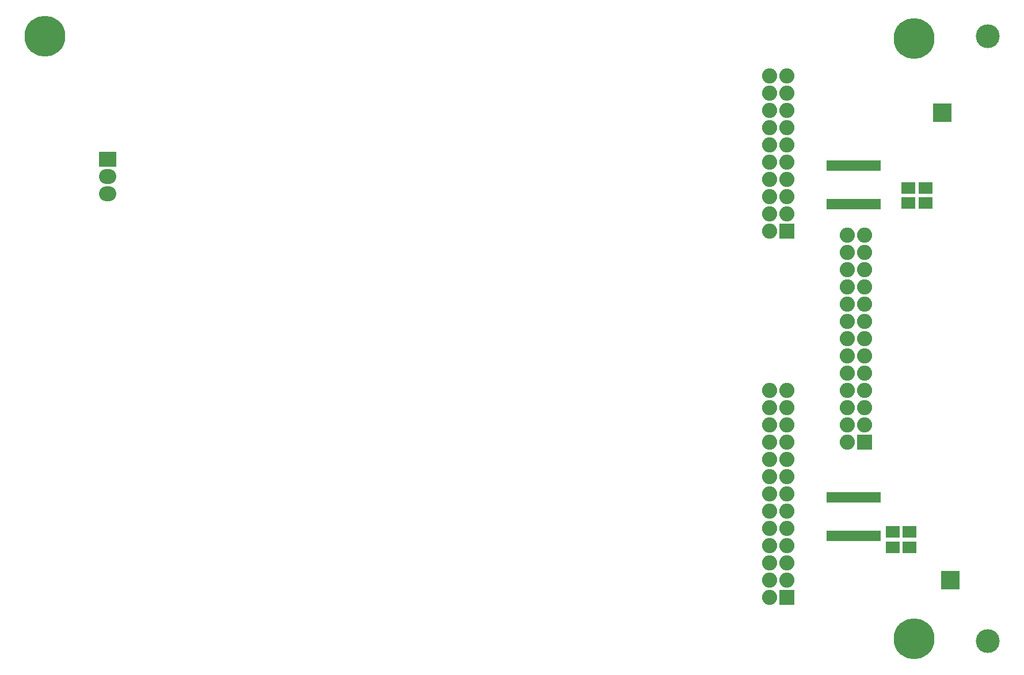
<source format=gts>
G04 #@! TF.FileFunction,Soldermask,Top*
%FSLAX46Y46*%
G04 Gerber Fmt 4.6, Leading zero omitted, Abs format (unit mm)*
G04 Created by KiCad (PCBNEW 4.0.5+dfsg1-4) date Mon Feb 26 17:29:33 2018*
%MOMM*%
%LPD*%
G01*
G04 APERTURE LIST*
%ADD10C,0.150000*%
%ADD11R,0.908000X1.608000*%
%ADD12R,2.540000X2.235200*%
%ADD13O,2.540000X2.235200*%
%ADD14R,2.743200X2.743200*%
%ADD15C,6.008000*%
%ADD16C,3.508000*%
%ADD17R,2.235200X2.235200*%
%ADD18O,2.235200X2.235200*%
%ADD19R,2.008000X1.758000*%
G04 APERTURE END LIST*
D10*
D11*
X161640000Y-51187500D03*
X160990000Y-51187500D03*
X160340000Y-51187500D03*
X159690000Y-51187500D03*
X159040000Y-51187500D03*
X158390000Y-51187500D03*
X157740000Y-51187500D03*
X157090000Y-51187500D03*
X156440000Y-51187500D03*
X155790000Y-51187500D03*
X155140000Y-51187500D03*
X154490000Y-51187500D03*
X154490000Y-56887500D03*
X155140000Y-56887500D03*
X155790000Y-56887500D03*
X156440000Y-56887500D03*
X157090000Y-56887500D03*
X157740000Y-56887500D03*
X158390000Y-56887500D03*
X159040000Y-56887500D03*
X159690000Y-56887500D03*
X160340000Y-56887500D03*
X160990000Y-56887500D03*
X161640000Y-56887500D03*
D12*
X48360000Y-50290000D03*
D13*
X48360000Y-52830000D03*
X48360000Y-55370000D03*
D14*
X171082500Y-43369500D03*
X172250900Y-112203500D03*
D15*
X166946900Y-120828000D03*
X39096000Y-32170000D03*
X166946900Y-32512000D03*
D16*
X177766000Y-121170000D03*
X177766000Y-32170000D03*
D11*
X161640000Y-100019000D03*
X160990000Y-100019000D03*
X160340000Y-100019000D03*
X159690000Y-100019000D03*
X159040000Y-100019000D03*
X158390000Y-100019000D03*
X157740000Y-100019000D03*
X157090000Y-100019000D03*
X156440000Y-100019000D03*
X155790000Y-100019000D03*
X155140000Y-100019000D03*
X154490000Y-100019000D03*
X154490000Y-105719000D03*
X155140000Y-105719000D03*
X155790000Y-105719000D03*
X156440000Y-105719000D03*
X157090000Y-105719000D03*
X157740000Y-105719000D03*
X158390000Y-105719000D03*
X159040000Y-105719000D03*
X159690000Y-105719000D03*
X160340000Y-105719000D03*
X160990000Y-105719000D03*
X161640000Y-105719000D03*
D17*
X148286000Y-60841000D03*
D18*
X145746000Y-60841000D03*
X148286000Y-58301000D03*
X145746000Y-58301000D03*
X148286000Y-55761000D03*
X145746000Y-55761000D03*
X148286000Y-53221000D03*
X145746000Y-53221000D03*
X148286000Y-50681000D03*
X145746000Y-50681000D03*
X148286000Y-48141000D03*
X145746000Y-48141000D03*
X148286000Y-45601000D03*
X145746000Y-45601000D03*
X148286000Y-43061000D03*
X145746000Y-43061000D03*
X148286000Y-40521000D03*
X145746000Y-40521000D03*
X148286000Y-37981000D03*
X145746000Y-37981000D03*
D17*
X159639000Y-91897200D03*
D18*
X157099000Y-91897200D03*
X159639000Y-89357200D03*
X157099000Y-89357200D03*
X159639000Y-86817200D03*
X157099000Y-86817200D03*
X159639000Y-84277200D03*
X157099000Y-84277200D03*
X159639000Y-81737200D03*
X157099000Y-81737200D03*
X159639000Y-79197200D03*
X157099000Y-79197200D03*
X159639000Y-76657200D03*
X157099000Y-76657200D03*
X159639000Y-74117200D03*
X157099000Y-74117200D03*
X159639000Y-71577200D03*
X157099000Y-71577200D03*
X159639000Y-69037200D03*
X157099000Y-69037200D03*
X159639000Y-66497200D03*
X157099000Y-66497200D03*
X159639000Y-63957200D03*
X157099000Y-63957200D03*
X159639000Y-61417200D03*
X157099000Y-61417200D03*
D17*
X148286000Y-114807000D03*
D18*
X145746000Y-114807000D03*
X148286000Y-112267000D03*
X145746000Y-112267000D03*
X148286000Y-109727000D03*
X145746000Y-109727000D03*
X148286000Y-107187000D03*
X145746000Y-107187000D03*
X148286000Y-104647000D03*
X145746000Y-104647000D03*
X148286000Y-102107000D03*
X145746000Y-102107000D03*
X148286000Y-99567000D03*
X145746000Y-99567000D03*
X148286000Y-97027000D03*
X145746000Y-97027000D03*
X148286000Y-94487000D03*
X145746000Y-94487000D03*
X148286000Y-91947000D03*
X145746000Y-91947000D03*
X148286000Y-89407000D03*
X145746000Y-89407000D03*
X148286000Y-86867000D03*
X145746000Y-86867000D03*
X148286000Y-84327000D03*
X145746000Y-84327000D03*
D19*
X163787300Y-105116900D03*
X166287300Y-105116900D03*
X163787300Y-107415600D03*
X166287300Y-107415600D03*
X166149500Y-54507400D03*
X168649500Y-54507400D03*
X166149500Y-56717200D03*
X168649500Y-56717200D03*
M02*

</source>
